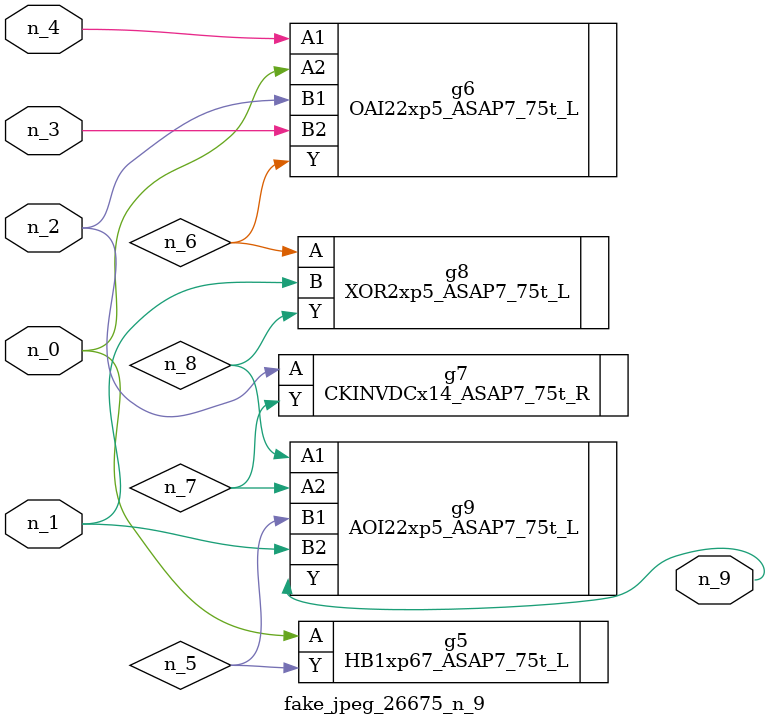
<source format=v>
module fake_jpeg_26675_n_9 (n_3, n_2, n_1, n_0, n_4, n_9);

input n_3;
input n_2;
input n_1;
input n_0;
input n_4;

output n_9;

wire n_8;
wire n_6;
wire n_5;
wire n_7;

HB1xp67_ASAP7_75t_L g5 ( 
.A(n_0),
.Y(n_5)
);

OAI22xp5_ASAP7_75t_L g6 ( 
.A1(n_4),
.A2(n_0),
.B1(n_2),
.B2(n_3),
.Y(n_6)
);

CKINVDCx14_ASAP7_75t_R g7 ( 
.A(n_2),
.Y(n_7)
);

XOR2xp5_ASAP7_75t_L g8 ( 
.A(n_6),
.B(n_1),
.Y(n_8)
);

AOI22xp5_ASAP7_75t_L g9 ( 
.A1(n_8),
.A2(n_7),
.B1(n_5),
.B2(n_1),
.Y(n_9)
);


endmodule
</source>
